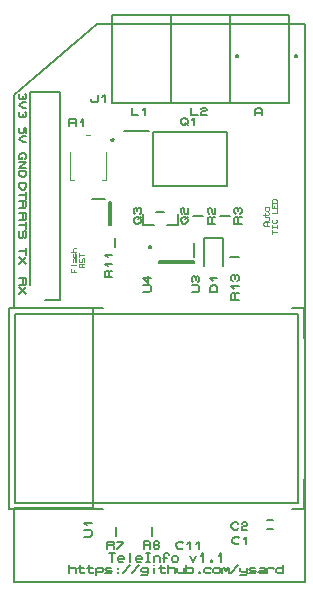
<source format=gbr>
G04 PROTEUS GERBER X2 FILE*
%TF.GenerationSoftware,Labcenter,Proteus,8.16-SP3-Build36097*%
%TF.CreationDate,2024-09-26T16:34:03+00:00*%
%TF.FileFunction,Legend,Top*%
%TF.FilePolarity,Positive*%
%TF.Part,Single*%
%TF.SameCoordinates,{f118cff8-fadb-4bc5-a17f-1c91f2e22e42}*%
%FSLAX45Y45*%
%MOMM*%
G01*
%TA.AperFunction,Material*%
%ADD62C,0.200000*%
%ADD63C,0.177800*%
%ADD64C,0.127000*%
%TA.AperFunction,NonMaterial*%
%ADD65C,0.127000*%
%TA.AperFunction,Material*%
%ADD66C,0.100000*%
%TA.AperFunction,Profile*%
%ADD41C,0.177800*%
%TA.AperFunction,NonMaterial*%
%ADD67C,0.076200*%
%TD.AperFunction*%
D62*
X-716673Y+1232060D02*
X-716673Y+2932060D01*
X+1683327Y+1232060D02*
X+1783327Y+1232060D01*
X+1783327Y+1482060D01*
X+1783327Y+2932060D02*
X+1783327Y+2682060D01*
X+1783327Y+2932060D02*
X+1683327Y+2932060D01*
X-716673Y+1232060D02*
X+83327Y+1232060D01*
X-716673Y+2932060D02*
X+83327Y+2932060D01*
X-666673Y+1282060D02*
X-666673Y+2882060D01*
X+1733327Y+2882060D01*
X+1733327Y+1282060D01*
X-666673Y+1282060D01*
D63*
X-75353Y+997860D02*
X-24553Y+997860D01*
X-14393Y+1007385D01*
X-14393Y+1045485D01*
X-24553Y+1055010D01*
X-75353Y+1055010D01*
X-55033Y+1093110D02*
X-75353Y+1112160D01*
X-14393Y+1112160D01*
D64*
X+1156000Y+4666000D02*
X+156000Y+4666000D01*
X+1156000Y+5416012D02*
X+1156000Y+4666000D01*
X+156000Y+5416012D02*
X+1156000Y+5416012D01*
X+156000Y+4666000D02*
X+156000Y+5416012D01*
D62*
X+1226000Y+5066000D02*
X+1225965Y+5066831D01*
X+1225684Y+5068495D01*
X+1225094Y+5070159D01*
X+1224130Y+5071823D01*
X+1222655Y+5073464D01*
X+1220991Y+5074665D01*
X+1219327Y+5075430D01*
X+1217663Y+5075861D01*
X+1216000Y+5076000D01*
X+1206000Y+5066000D02*
X+1206035Y+5066831D01*
X+1206316Y+5068495D01*
X+1206906Y+5070159D01*
X+1207870Y+5071823D01*
X+1209345Y+5073464D01*
X+1211009Y+5074665D01*
X+1212673Y+5075430D01*
X+1214337Y+5075861D01*
X+1216000Y+5076000D01*
X+1206000Y+5066000D02*
X+1206035Y+5065169D01*
X+1206316Y+5063505D01*
X+1206906Y+5061841D01*
X+1207870Y+5060177D01*
X+1209345Y+5058536D01*
X+1211009Y+5057335D01*
X+1212673Y+5056570D01*
X+1214337Y+5056139D01*
X+1216000Y+5056000D01*
X+1226000Y+5066000D02*
X+1225965Y+5065169D01*
X+1225684Y+5063505D01*
X+1225094Y+5061841D01*
X+1224130Y+5060177D01*
X+1222655Y+5058536D01*
X+1220991Y+5057335D01*
X+1219327Y+5056570D01*
X+1217663Y+5056139D01*
X+1216000Y+5056000D01*
D64*
X+1656000Y+4666000D02*
X+656000Y+4666000D01*
X+1656000Y+5416012D02*
X+1656000Y+4666000D01*
X+656000Y+5416012D02*
X+1656000Y+5416012D01*
X+656000Y+4666000D02*
X+656000Y+5416012D01*
D62*
X+1726000Y+5066000D02*
X+1725965Y+5066831D01*
X+1725684Y+5068495D01*
X+1725094Y+5070159D01*
X+1724130Y+5071823D01*
X+1722655Y+5073464D01*
X+1720991Y+5074665D01*
X+1719327Y+5075430D01*
X+1717663Y+5075861D01*
X+1716000Y+5076000D01*
X+1706000Y+5066000D02*
X+1706035Y+5066831D01*
X+1706316Y+5068495D01*
X+1706906Y+5070159D01*
X+1707870Y+5071823D01*
X+1709345Y+5073464D01*
X+1711009Y+5074665D01*
X+1712673Y+5075430D01*
X+1714337Y+5075861D01*
X+1716000Y+5076000D01*
X+1706000Y+5066000D02*
X+1706035Y+5065169D01*
X+1706316Y+5063505D01*
X+1706906Y+5061841D01*
X+1707870Y+5060177D01*
X+1709345Y+5058536D01*
X+1711009Y+5057335D01*
X+1712673Y+5056570D01*
X+1714337Y+5056139D01*
X+1716000Y+5056000D01*
X+1726000Y+5066000D02*
X+1725965Y+5065169D01*
X+1725684Y+5063505D01*
X+1725094Y+5061841D01*
X+1724130Y+5060177D01*
X+1722655Y+5058536D01*
X+1720991Y+5057335D01*
X+1719327Y+5056570D01*
X+1717663Y+5056139D01*
X+1716000Y+5056000D01*
D63*
X-18950Y+4698864D02*
X-18950Y+4688704D01*
X-9425Y+4678544D01*
X+28675Y+4678544D01*
X+38200Y+4688704D01*
X+38200Y+4739504D01*
X+76300Y+4719184D02*
X+95350Y+4739504D01*
X+95350Y+4678544D01*
D62*
X+503000Y+3964000D02*
X+1133000Y+3964000D01*
X+1133000Y+4424000D01*
X+503000Y+4424000D01*
X+503000Y+3964000D01*
X+258000Y+4428000D02*
X+468000Y+4428000D01*
D63*
X+741800Y+4524360D02*
X+760850Y+4544680D01*
X+779900Y+4544680D01*
X+798950Y+4524360D01*
X+798950Y+4504040D01*
X+779900Y+4483720D01*
X+760850Y+4483720D01*
X+741800Y+4504040D01*
X+741800Y+4524360D01*
X+779900Y+4504040D02*
X+798950Y+4483720D01*
X+837050Y+4524360D02*
X+856100Y+4544680D01*
X+856100Y+4483720D01*
X+424055Y+3635760D02*
X+512955Y+3635760D01*
X+530735Y+3747520D02*
X+601855Y+3747520D01*
X+424055Y+3635760D02*
X+424055Y+3727200D01*
X+713615Y+3729740D02*
X+713615Y+3635760D01*
X+627255Y+3635760D01*
X+759815Y+3647250D02*
X+739495Y+3666300D01*
X+739495Y+3685350D01*
X+759815Y+3704400D01*
X+780135Y+3704400D01*
X+800455Y+3685350D01*
X+800455Y+3666300D01*
X+780135Y+3647250D01*
X+759815Y+3647250D01*
X+780135Y+3685350D02*
X+800455Y+3704400D01*
X+749655Y+3732975D02*
X+739495Y+3742500D01*
X+739495Y+3771075D01*
X+749655Y+3780600D01*
X+759815Y+3780600D01*
X+769975Y+3771075D01*
X+769975Y+3742500D01*
X+780135Y+3732975D01*
X+800455Y+3732975D01*
X+800455Y+3780600D01*
D62*
X+926000Y+3716000D02*
X+846000Y+3716000D01*
D63*
X+1032680Y+3647800D02*
X+971720Y+3647800D01*
X+971720Y+3695425D01*
X+981880Y+3704950D01*
X+992040Y+3704950D01*
X+1002200Y+3695425D01*
X+1002200Y+3647800D01*
X+1002200Y+3695425D02*
X+1012360Y+3704950D01*
X+1032680Y+3704950D01*
X+981880Y+3733525D02*
X+971720Y+3743050D01*
X+971720Y+3771625D01*
X+981880Y+3781150D01*
X+992040Y+3781150D01*
X+1002200Y+3771625D01*
X+1002200Y+3743050D01*
X+1012360Y+3733525D01*
X+1032680Y+3733525D01*
X+1032680Y+3781150D01*
D62*
X+500000Y+1080000D02*
X+500000Y+1000000D01*
D63*
X+425800Y+896720D02*
X+425800Y+957680D01*
X+473425Y+957680D01*
X+482950Y+947520D01*
X+482950Y+937360D01*
X+473425Y+927200D01*
X+425800Y+927200D01*
X+473425Y+927200D02*
X+482950Y+917040D01*
X+482950Y+896720D01*
X+559150Y+947520D02*
X+549625Y+957680D01*
X+521050Y+957680D01*
X+511525Y+947520D01*
X+511525Y+906880D01*
X+521050Y+896720D01*
X+549625Y+896720D01*
X+559150Y+906880D01*
X+559150Y+917040D01*
X+549625Y+927200D01*
X+511525Y+927200D01*
D62*
X+190000Y+1080000D02*
X+190000Y+1000000D01*
D63*
X+115800Y+892720D02*
X+115800Y+953680D01*
X+163425Y+953680D01*
X+172950Y+943520D01*
X+172950Y+933360D01*
X+163425Y+923200D01*
X+115800Y+923200D01*
X+163425Y+923200D02*
X+172950Y+913040D01*
X+172950Y+892720D01*
X+201525Y+953680D02*
X+249150Y+953680D01*
X+249150Y+943520D01*
X+201525Y+892720D01*
X+1233950Y+945880D02*
X+1224425Y+935720D01*
X+1195850Y+935720D01*
X+1176800Y+956040D01*
X+1176800Y+976360D01*
X+1195850Y+996680D01*
X+1224425Y+996680D01*
X+1233950Y+986520D01*
X+1272050Y+976360D02*
X+1291100Y+996680D01*
X+1291100Y+935720D01*
X+1473500Y+1140640D02*
X+1519220Y+1140640D01*
X+1473500Y+1059360D02*
X+1519220Y+1059360D01*
X+1227310Y+1066680D02*
X+1217785Y+1056520D01*
X+1189210Y+1056520D01*
X+1170160Y+1076840D01*
X+1170160Y+1097160D01*
X+1189210Y+1117480D01*
X+1217785Y+1117480D01*
X+1227310Y+1107320D01*
X+1255885Y+1107320D02*
X+1265410Y+1117480D01*
X+1293985Y+1117480D01*
X+1303510Y+1107320D01*
X+1303510Y+1097160D01*
X+1293985Y+1087000D01*
X+1265410Y+1087000D01*
X+1255885Y+1076840D01*
X+1255885Y+1056520D01*
X+1303510Y+1056520D01*
D62*
X+558000Y+3312000D02*
X+850000Y+3312000D01*
X+850000Y+3328000D01*
X+558000Y+3328000D01*
X+558000Y+3312000D01*
X+854000Y+3488000D02*
X+854000Y+3362000D01*
D63*
X+835720Y+3067800D02*
X+886520Y+3067800D01*
X+896680Y+3077325D01*
X+896680Y+3115425D01*
X+886520Y+3124950D01*
X+835720Y+3124950D01*
X+845880Y+3153525D02*
X+835720Y+3163050D01*
X+835720Y+3191625D01*
X+845880Y+3201150D01*
X+856040Y+3201150D01*
X+866200Y+3191625D01*
X+876360Y+3201150D01*
X+886520Y+3201150D01*
X+896680Y+3191625D01*
X+896680Y+3163050D01*
X+886520Y+3153525D01*
X+866200Y+3172575D02*
X+866200Y+3191625D01*
D62*
X+186000Y+3526000D02*
X+186000Y+3446000D01*
D63*
X+162480Y+3191900D02*
X+101520Y+3191900D01*
X+101520Y+3239525D01*
X+111680Y+3249050D01*
X+121840Y+3249050D01*
X+132000Y+3239525D01*
X+132000Y+3191900D01*
X+132000Y+3239525D02*
X+142160Y+3249050D01*
X+162480Y+3249050D01*
X+121840Y+3287150D02*
X+101520Y+3306200D01*
X+162480Y+3306200D01*
X+121840Y+3363350D02*
X+101520Y+3382400D01*
X+162480Y+3382400D01*
D62*
X+491512Y+3451000D02*
X+491477Y+3451831D01*
X+491196Y+3453495D01*
X+490606Y+3455159D01*
X+489642Y+3456823D01*
X+488167Y+3458464D01*
X+486503Y+3459665D01*
X+484839Y+3460430D01*
X+483175Y+3460861D01*
X+481512Y+3461000D01*
X+471512Y+3451000D02*
X+471547Y+3451831D01*
X+471828Y+3453495D01*
X+472418Y+3455159D01*
X+473382Y+3456823D01*
X+474857Y+3458464D01*
X+476521Y+3459665D01*
X+478185Y+3460430D01*
X+479849Y+3460861D01*
X+481512Y+3461000D01*
X+471512Y+3451000D02*
X+471547Y+3450169D01*
X+471828Y+3448505D01*
X+472418Y+3446841D01*
X+473382Y+3445177D01*
X+474857Y+3443536D01*
X+476521Y+3442335D01*
X+478185Y+3441570D01*
X+479849Y+3441139D01*
X+481512Y+3441000D01*
X+491512Y+3451000D02*
X+491477Y+3450169D01*
X+491196Y+3448505D01*
X+490606Y+3446841D01*
X+489642Y+3445177D01*
X+488167Y+3443536D01*
X+486503Y+3442335D01*
X+484839Y+3441570D01*
X+483175Y+3441139D01*
X+481512Y+3441000D01*
D63*
X+423861Y+3070050D02*
X+474661Y+3070050D01*
X+484821Y+3079575D01*
X+484821Y+3117675D01*
X+474661Y+3127200D01*
X+423861Y+3127200D01*
X+464501Y+3203400D02*
X+464501Y+3146250D01*
X+423861Y+3184350D01*
X+484821Y+3184350D01*
D65*
X+325000Y+4628480D02*
X+325000Y+4567520D01*
X+382150Y+4567520D01*
X+420250Y+4608160D02*
X+439300Y+4628480D01*
X+439300Y+4567520D01*
X+825950Y+4628480D02*
X+825950Y+4567520D01*
X+883100Y+4567520D01*
X+911675Y+4618320D02*
X+921200Y+4628480D01*
X+949775Y+4628480D01*
X+959300Y+4618320D01*
X+959300Y+4608160D01*
X+949775Y+4598000D01*
X+921200Y+4598000D01*
X+911675Y+4587840D01*
X+911675Y+4567520D01*
X+959300Y+4567520D01*
X+1370000Y+4567520D02*
X+1370000Y+4608160D01*
X+1389050Y+4628480D01*
X+1408100Y+4628480D01*
X+1427150Y+4608160D01*
X+1427150Y+4567520D01*
X+1370000Y+4587840D02*
X+1427150Y+4587840D01*
D62*
X+164000Y+4345000D02*
X+171071Y+4347929D01*
X+174000Y+4355000D01*
X+171071Y+4362071D01*
X+164000Y+4365000D01*
X+156929Y+4362071D01*
X+154000Y+4355000D01*
X+156929Y+4347929D01*
X+164000Y+4345000D01*
D66*
X+104000Y+4255000D02*
X+104000Y+4020000D01*
X+74000Y+4020000D01*
X-196000Y+4255000D02*
X-196000Y+4020000D01*
X-166000Y+4020000D01*
X-31000Y+4395000D02*
X-61000Y+4395000D01*
D63*
X-202200Y+4471720D02*
X-202200Y+4532680D01*
X-154575Y+4532680D01*
X-145050Y+4522520D01*
X-145050Y+4512360D01*
X-154575Y+4502200D01*
X-202200Y+4502200D01*
X-154575Y+4502200D02*
X-145050Y+4492040D01*
X-145050Y+4471720D01*
X-106950Y+4512360D02*
X-87900Y+4532680D01*
X-87900Y+4471720D01*
D62*
X+1100000Y+3291000D02*
X+1100000Y+3524000D01*
X+936000Y+3524000D01*
X+936000Y+3291000D01*
D63*
X+1051280Y+3069883D02*
X+990320Y+3069883D01*
X+990320Y+3107983D01*
X+1010640Y+3127033D01*
X+1030960Y+3127033D01*
X+1051280Y+3107983D01*
X+1051280Y+3069883D01*
X+1010640Y+3165133D02*
X+990320Y+3184183D01*
X+1051280Y+3184183D01*
D62*
X+1236696Y+3368000D02*
X+1156696Y+3368000D01*
D63*
X+1230184Y+3001853D02*
X+1169224Y+3001853D01*
X+1169224Y+3049478D01*
X+1179384Y+3059003D01*
X+1189544Y+3059003D01*
X+1199704Y+3049478D01*
X+1199704Y+3001853D01*
X+1199704Y+3049478D02*
X+1209864Y+3059003D01*
X+1230184Y+3059003D01*
X+1189544Y+3097103D02*
X+1169224Y+3116153D01*
X+1230184Y+3116153D01*
X+1179384Y+3163778D02*
X+1169224Y+3173303D01*
X+1169224Y+3201878D01*
X+1179384Y+3211403D01*
X+1189544Y+3211403D01*
X+1199704Y+3201878D01*
X+1209864Y+3211403D01*
X+1220024Y+3211403D01*
X+1230184Y+3201878D01*
X+1230184Y+3173303D01*
X+1220024Y+3163778D01*
X+1199704Y+3182828D02*
X+1199704Y+3201878D01*
D65*
X+130053Y+855140D02*
X+187203Y+855140D01*
X+158628Y+855140D02*
X+158628Y+786560D01*
X+206253Y+809420D02*
X+263403Y+809420D01*
X+263403Y+820850D01*
X+253878Y+832280D01*
X+215778Y+832280D01*
X+206253Y+820850D01*
X+206253Y+797990D01*
X+215778Y+786560D01*
X+253878Y+786560D01*
X+311028Y+855140D02*
X+311028Y+786560D01*
X+358653Y+809420D02*
X+415803Y+809420D01*
X+415803Y+820850D01*
X+406278Y+832280D01*
X+368178Y+832280D01*
X+358653Y+820850D01*
X+358653Y+797990D01*
X+368178Y+786560D01*
X+406278Y+786560D01*
X+444378Y+855140D02*
X+482478Y+855140D01*
X+463428Y+855140D02*
X+463428Y+786560D01*
X+444378Y+786560D02*
X+482478Y+786560D01*
X+511053Y+786560D02*
X+511053Y+832280D01*
X+511053Y+820850D02*
X+520578Y+832280D01*
X+558678Y+832280D01*
X+568203Y+820850D01*
X+568203Y+786560D01*
X+596778Y+786560D02*
X+596778Y+843710D01*
X+606303Y+855140D01*
X+634878Y+855140D01*
X+644403Y+843710D01*
X+587253Y+820850D02*
X+625353Y+820850D01*
X+663453Y+820850D02*
X+672978Y+832280D01*
X+711078Y+832280D01*
X+720603Y+820850D01*
X+720603Y+797990D01*
X+711078Y+786560D01*
X+672978Y+786560D01*
X+663453Y+797990D01*
X+663453Y+820850D01*
X+815853Y+832280D02*
X+844428Y+786560D01*
X+873003Y+832280D01*
X+911103Y+832280D02*
X+930153Y+855140D01*
X+930153Y+786560D01*
X+996828Y+797990D02*
X+1006353Y+797990D01*
X+1006353Y+786560D01*
X+996828Y+786560D01*
X+996828Y+797990D01*
X+1063503Y+832280D02*
X+1082553Y+855140D01*
X+1082553Y+786560D01*
X-144850Y+687450D02*
X-144850Y+721740D01*
X-154375Y+733170D01*
X-192475Y+733170D01*
X-202000Y+721740D01*
X-202000Y+756030D02*
X-202000Y+687450D01*
X-116275Y+756030D02*
X-116275Y+698880D01*
X-106750Y+687450D01*
X-78175Y+687450D01*
X-68650Y+698880D01*
X-125800Y+733170D02*
X-78175Y+733170D01*
X-40075Y+756030D02*
X-40075Y+698880D01*
X-30550Y+687450D01*
X-1975Y+687450D01*
X+7550Y+698880D01*
X-49600Y+733170D02*
X-1975Y+733170D01*
X+26600Y+676020D02*
X+26600Y+733170D01*
X+26600Y+721740D02*
X+36125Y+733170D01*
X+74225Y+733170D01*
X+83750Y+721740D01*
X+83750Y+710310D01*
X+74225Y+698880D01*
X+36125Y+698880D01*
X+26600Y+710310D01*
X+150425Y+733170D02*
X+112325Y+733170D01*
X+102800Y+721740D01*
X+112325Y+710310D01*
X+150425Y+710310D01*
X+159950Y+698880D01*
X+150425Y+687450D01*
X+102800Y+687450D01*
X+207575Y+733170D02*
X+207575Y+721740D01*
X+207575Y+698880D02*
X+207575Y+687450D01*
X+312350Y+756030D02*
X+255200Y+687450D01*
X+388550Y+756030D02*
X+331400Y+687450D01*
X+464750Y+721740D02*
X+455225Y+733170D01*
X+417125Y+733170D01*
X+407600Y+721740D01*
X+407600Y+710310D01*
X+417125Y+698880D01*
X+455225Y+698880D01*
X+464750Y+710310D01*
X+464750Y+733170D02*
X+464750Y+687450D01*
X+455225Y+676020D01*
X+407600Y+676020D01*
X+512375Y+733170D02*
X+512375Y+687450D01*
X+512375Y+756030D02*
X+512375Y+756030D01*
X+569525Y+756030D02*
X+569525Y+698880D01*
X+579050Y+687450D01*
X+607625Y+687450D01*
X+617150Y+698880D01*
X+560000Y+733170D02*
X+607625Y+733170D01*
X+693350Y+687450D02*
X+693350Y+721740D01*
X+683825Y+733170D01*
X+645725Y+733170D01*
X+636200Y+721740D01*
X+636200Y+756030D02*
X+636200Y+687450D01*
X+712400Y+733170D02*
X+712400Y+698880D01*
X+721925Y+687450D01*
X+760025Y+687450D01*
X+769550Y+698880D01*
X+769550Y+687450D02*
X+769550Y+733170D01*
X+788600Y+721740D02*
X+798125Y+733170D01*
X+836225Y+733170D01*
X+845750Y+721740D01*
X+845750Y+698880D01*
X+836225Y+687450D01*
X+798125Y+687450D01*
X+788600Y+698880D01*
X+788600Y+687450D02*
X+788600Y+756030D01*
X+893375Y+698880D02*
X+902900Y+698880D01*
X+902900Y+687450D01*
X+893375Y+687450D01*
X+893375Y+698880D01*
X+998150Y+721740D02*
X+988625Y+733170D01*
X+950525Y+733170D01*
X+941000Y+721740D01*
X+941000Y+698880D01*
X+950525Y+687450D01*
X+988625Y+687450D01*
X+998150Y+698880D01*
X+1017200Y+721740D02*
X+1026725Y+733170D01*
X+1064825Y+733170D01*
X+1074350Y+721740D01*
X+1074350Y+698880D01*
X+1064825Y+687450D01*
X+1026725Y+687450D01*
X+1017200Y+698880D01*
X+1017200Y+721740D01*
X+1093400Y+687450D02*
X+1093400Y+733170D01*
X+1093400Y+721740D02*
X+1102925Y+733170D01*
X+1121975Y+710310D01*
X+1141025Y+733170D01*
X+1150550Y+721740D01*
X+1150550Y+687450D01*
X+1226750Y+756030D02*
X+1169600Y+687450D01*
X+1245800Y+733170D02*
X+1245800Y+710310D01*
X+1255325Y+698880D01*
X+1293425Y+698880D01*
X+1302950Y+710310D01*
X+1302950Y+733170D02*
X+1302950Y+687450D01*
X+1293425Y+676020D01*
X+1245800Y+676020D01*
X+1369625Y+733170D02*
X+1331525Y+733170D01*
X+1322000Y+721740D01*
X+1331525Y+710310D01*
X+1369625Y+710310D01*
X+1379150Y+698880D01*
X+1369625Y+687450D01*
X+1322000Y+687450D01*
X+1407725Y+733170D02*
X+1445825Y+733170D01*
X+1455350Y+721740D01*
X+1455350Y+687450D01*
X+1407725Y+687450D01*
X+1398200Y+698880D01*
X+1407725Y+710310D01*
X+1455350Y+710310D01*
X+1474400Y+687450D02*
X+1474400Y+733170D01*
X+1474400Y+721740D02*
X+1483925Y+733170D01*
X+1522025Y+733170D01*
X+1531550Y+721740D01*
X+1607750Y+721740D02*
X+1598225Y+733170D01*
X+1560125Y+733170D01*
X+1550600Y+721740D01*
X+1550600Y+698880D01*
X+1560125Y+687450D01*
X+1598225Y+687450D01*
X+1607750Y+698880D01*
X+1607750Y+687450D02*
X+1607750Y+756030D01*
D62*
X+136000Y+3634000D02*
X+152000Y+3634000D01*
X+152000Y+3834000D01*
X+136000Y+3834000D01*
X+136000Y+3634000D01*
X-14000Y+3856000D02*
X+102000Y+3856000D01*
D63*
X+361840Y+3646600D02*
X+341520Y+3665650D01*
X+341520Y+3684700D01*
X+361840Y+3703750D01*
X+382160Y+3703750D01*
X+402480Y+3684700D01*
X+402480Y+3665650D01*
X+382160Y+3646600D01*
X+361840Y+3646600D01*
X+382160Y+3684700D02*
X+402480Y+3703750D01*
X+351680Y+3732325D02*
X+341520Y+3741850D01*
X+341520Y+3770425D01*
X+351680Y+3779950D01*
X+361840Y+3779950D01*
X+372000Y+3770425D01*
X+382160Y+3779950D01*
X+392320Y+3779950D01*
X+402480Y+3770425D01*
X+402480Y+3741850D01*
X+392320Y+3732325D01*
X+372000Y+3751375D02*
X+372000Y+3770425D01*
D62*
X+1156670Y+3716000D02*
X+1076670Y+3716000D01*
D63*
X+1255950Y+3647800D02*
X+1194990Y+3647800D01*
X+1194990Y+3695425D01*
X+1205150Y+3704950D01*
X+1215310Y+3704950D01*
X+1225470Y+3695425D01*
X+1225470Y+3647800D01*
X+1225470Y+3695425D02*
X+1235630Y+3704950D01*
X+1255950Y+3704950D01*
X+1205150Y+3733525D02*
X+1194990Y+3743050D01*
X+1194990Y+3771625D01*
X+1205150Y+3781150D01*
X+1215310Y+3781150D01*
X+1225470Y+3771625D01*
X+1235630Y+3781150D01*
X+1245790Y+3781150D01*
X+1255950Y+3771625D01*
X+1255950Y+3743050D01*
X+1245790Y+3733525D01*
X+1225470Y+3752575D02*
X+1225470Y+3771625D01*
X+757850Y+904880D02*
X+748325Y+894720D01*
X+719750Y+894720D01*
X+700700Y+915040D01*
X+700700Y+935360D01*
X+719750Y+955680D01*
X+748325Y+955680D01*
X+757850Y+945520D01*
X+795950Y+935360D02*
X+815000Y+955680D01*
X+815000Y+894720D01*
X+872150Y+935360D02*
X+891200Y+955680D01*
X+891200Y+894720D01*
D65*
X-566320Y+4412850D02*
X-566320Y+4460475D01*
X-586640Y+4460475D01*
X-586640Y+4422375D01*
X-596800Y+4412850D01*
X-617120Y+4412850D01*
X-627280Y+4422375D01*
X-627280Y+4450950D01*
X-617120Y+4460475D01*
X-566320Y+4393800D02*
X-596800Y+4393800D01*
X-627280Y+4365225D01*
X-596800Y+4336650D01*
X-566320Y+4336650D01*
X-606960Y+4211520D02*
X-606960Y+4192470D01*
X-627280Y+4192470D01*
X-627280Y+4230570D01*
X-606960Y+4249620D01*
X-586640Y+4249620D01*
X-566320Y+4230570D01*
X-566320Y+4201995D01*
X-576480Y+4192470D01*
X-627280Y+4173420D02*
X-566320Y+4173420D01*
X-627280Y+4116270D01*
X-566320Y+4116270D01*
X-627280Y+4097220D02*
X-566320Y+4097220D01*
X-566320Y+4059120D01*
X-586640Y+4040070D01*
X-606960Y+4040070D01*
X-627280Y+4059120D01*
X-627280Y+4097220D01*
X-627280Y+3993240D02*
X-566320Y+3993240D01*
X-566320Y+3955140D01*
X-586640Y+3936090D01*
X-606960Y+3936090D01*
X-627280Y+3955140D01*
X-627280Y+3993240D01*
X-566320Y+3917040D02*
X-566320Y+3859890D01*
X-566320Y+3888465D02*
X-627280Y+3888465D01*
X-627280Y+3840840D02*
X-566320Y+3840840D01*
X-566320Y+3793215D01*
X-576480Y+3783690D01*
X-586640Y+3783690D01*
X-596800Y+3793215D01*
X-596800Y+3840840D01*
X-596800Y+3793215D02*
X-606960Y+3783690D01*
X-627280Y+3783690D01*
X-627280Y+3736860D02*
X-566320Y+3736860D01*
X-566320Y+3689235D01*
X-576480Y+3679710D01*
X-586640Y+3679710D01*
X-596800Y+3689235D01*
X-596800Y+3736860D01*
X-596800Y+3689235D02*
X-606960Y+3679710D01*
X-627280Y+3679710D01*
X-566320Y+3660660D02*
X-566320Y+3603510D01*
X-566320Y+3632085D02*
X-627280Y+3632085D01*
X-617120Y+3584460D02*
X-627280Y+3574935D01*
X-627280Y+3536835D01*
X-617120Y+3527310D01*
X-606960Y+3527310D01*
X-596800Y+3536835D01*
X-596800Y+3574935D01*
X-586640Y+3584460D01*
X-576480Y+3584460D01*
X-566320Y+3574935D01*
X-566320Y+3536835D01*
X-576480Y+3527310D01*
X-566320Y+3442380D02*
X-566320Y+3385230D01*
X-566320Y+3413805D02*
X-627280Y+3413805D01*
X-566320Y+3366180D02*
X-627280Y+3309030D01*
X-627280Y+3366180D02*
X-566320Y+3309030D01*
X-627280Y+3186000D02*
X-566320Y+3186000D01*
X-566320Y+3138375D01*
X-576480Y+3128850D01*
X-586640Y+3128850D01*
X-596800Y+3138375D01*
X-596800Y+3186000D01*
X-596800Y+3138375D02*
X-606960Y+3128850D01*
X-627280Y+3128850D01*
X-566320Y+3109800D02*
X-627280Y+3052650D01*
X-627280Y+3109800D02*
X-566320Y+3052650D01*
D62*
X-410000Y+3001000D02*
X-285000Y+3001000D01*
X-285000Y+4765000D01*
X-535000Y+4765000D01*
X-535000Y+3128000D01*
D65*
X-576480Y+4746475D02*
X-566320Y+4736950D01*
X-566320Y+4708375D01*
X-576480Y+4698850D01*
X-586640Y+4698850D01*
X-596800Y+4708375D01*
X-606960Y+4698850D01*
X-617120Y+4698850D01*
X-627280Y+4708375D01*
X-627280Y+4736950D01*
X-617120Y+4746475D01*
X-596800Y+4727425D02*
X-596800Y+4708375D01*
X-566320Y+4679800D02*
X-596800Y+4679800D01*
X-627280Y+4651225D01*
X-596800Y+4622650D01*
X-566320Y+4622650D01*
X-576480Y+4594075D02*
X-566320Y+4584550D01*
X-566320Y+4555975D01*
X-576480Y+4546450D01*
X-586640Y+4546450D01*
X-596800Y+4555975D01*
X-606960Y+4546450D01*
X-617120Y+4546450D01*
X-627280Y+4555975D01*
X-627280Y+4584550D01*
X-617120Y+4594075D01*
X-596800Y+4575025D02*
X-596800Y+4555975D01*
D41*
X-671603Y+4737000D02*
X-671603Y+2937000D01*
X-5970Y+2937000D01*
X-5970Y+1236000D01*
X-672000Y+1236000D01*
X-672000Y+616000D01*
X+1788988Y+616000D01*
X+1788988Y+5337000D01*
X+28182Y+5337000D01*
X-671603Y+4737000D01*
D67*
X-143040Y+3234220D02*
X-188760Y+3234220D01*
X-188760Y+3266605D01*
X-165900Y+3234220D02*
X-165900Y+3255810D01*
X-188760Y+3293592D02*
X-143040Y+3293592D01*
X-173520Y+3325977D02*
X-173520Y+3347567D01*
X-165900Y+3352965D01*
X-143040Y+3352965D01*
X-143040Y+3325977D01*
X-150660Y+3320580D01*
X-158280Y+3325977D01*
X-158280Y+3352965D01*
X-173520Y+3390747D02*
X-173520Y+3369157D01*
X-165900Y+3363760D01*
X-158280Y+3369157D01*
X-158280Y+3390747D01*
X-150660Y+3396145D01*
X-143040Y+3390747D01*
X-143040Y+3363760D01*
X-143040Y+3439325D02*
X-165900Y+3439325D01*
X-173520Y+3433927D01*
X-173520Y+3412337D01*
X-165900Y+3406940D01*
X-188760Y+3406940D02*
X-143040Y+3406940D01*
X-74708Y+3277400D02*
X-120428Y+3277400D01*
X-120428Y+3304387D01*
X-112808Y+3309785D01*
X-105188Y+3309785D01*
X-97568Y+3304387D01*
X-97568Y+3277400D01*
X-97568Y+3304387D02*
X-89948Y+3309785D01*
X-74708Y+3309785D01*
X-82328Y+3320580D02*
X-74708Y+3325977D01*
X-74708Y+3347567D01*
X-82328Y+3352965D01*
X-89948Y+3352965D01*
X-97568Y+3347567D01*
X-97568Y+3325977D01*
X-105188Y+3320580D01*
X-112808Y+3320580D01*
X-120428Y+3325977D01*
X-120428Y+3347567D01*
X-112808Y+3352965D01*
X-120428Y+3363760D02*
X-120428Y+3396145D01*
X-120428Y+3379952D02*
X-74708Y+3379952D01*
X+1486298Y+3628580D02*
X+1455818Y+3628580D01*
X+1440578Y+3639375D01*
X+1440578Y+3650170D01*
X+1455818Y+3660965D01*
X+1486298Y+3660965D01*
X+1471058Y+3628580D02*
X+1471058Y+3660965D01*
X+1455818Y+3671760D02*
X+1478678Y+3671760D01*
X+1486298Y+3677157D01*
X+1486298Y+3698747D01*
X+1478678Y+3704145D01*
X+1486298Y+3704145D02*
X+1455818Y+3704145D01*
X+1440578Y+3720337D02*
X+1478678Y+3720337D01*
X+1486298Y+3725735D01*
X+1486298Y+3741927D01*
X+1478678Y+3747325D01*
X+1455818Y+3714940D02*
X+1455818Y+3741927D01*
X+1463438Y+3758120D02*
X+1455818Y+3763517D01*
X+1455818Y+3785107D01*
X+1463438Y+3790505D01*
X+1478678Y+3790505D01*
X+1486298Y+3785107D01*
X+1486298Y+3763517D01*
X+1478678Y+3758120D01*
X+1463438Y+3758120D01*
X+1508910Y+3563810D02*
X+1508910Y+3596195D01*
X+1508910Y+3580002D02*
X+1554630Y+3580002D01*
X+1508910Y+3612387D02*
X+1508910Y+3633977D01*
X+1508910Y+3623182D02*
X+1554630Y+3623182D01*
X+1554630Y+3612387D02*
X+1554630Y+3633977D01*
X+1547010Y+3682555D02*
X+1554630Y+3677157D01*
X+1554630Y+3660965D01*
X+1539390Y+3650170D01*
X+1524150Y+3650170D01*
X+1508910Y+3660965D01*
X+1508910Y+3677157D01*
X+1516530Y+3682555D01*
X+1508910Y+3736530D02*
X+1554630Y+3736530D01*
X+1554630Y+3768915D01*
X+1554630Y+3812095D02*
X+1554630Y+3779710D01*
X+1508910Y+3779710D01*
X+1508910Y+3812095D01*
X+1531770Y+3779710D02*
X+1531770Y+3801300D01*
X+1554630Y+3822890D02*
X+1508910Y+3822890D01*
X+1508910Y+3844480D01*
X+1524150Y+3855275D01*
X+1539390Y+3855275D01*
X+1554630Y+3844480D01*
X+1554630Y+3822890D01*
M02*

</source>
